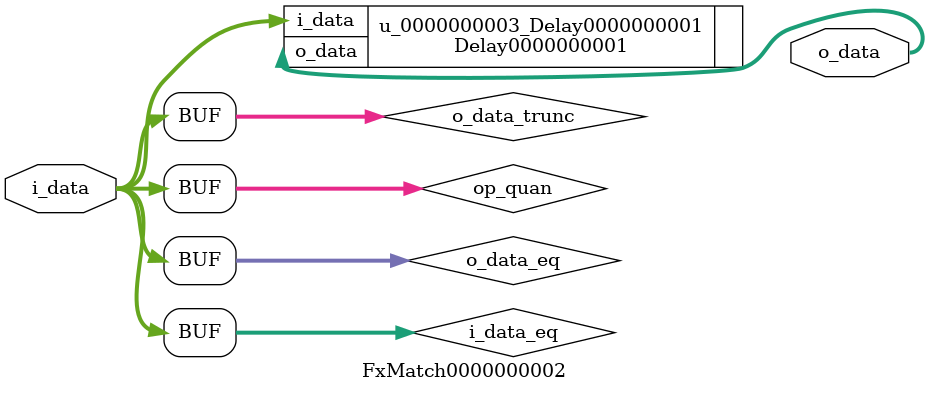
<source format=v>
 module FxMatch0000000002 (
     i_data, o_data
 );
 input wire [13-1:0] i_data;     // Input data
 output wire [13-1:0] o_data;   // Output data
 //
 wire [13-1:0] i_data_eq;
 assign i_data_eq = i_data;
 wire [13-1:0] o_data_eq;
 // Quantization Stage
 // Perfect LSB match
 wire [13-1:0] op_quan; // Quantization output
 assign op_quan = i_data_eq;
 // Overflow Stage
 // Perfect MSB match
 assign o_data_eq = op_quan;
 wire [13-1:0] o_data_trunc;
 assign o_data_trunc = o_data_eq;
Delay0000000001  u_0000000003_Delay0000000001(.i_data(o_data_trunc), .o_data(o_data));
 endmodule

</source>
